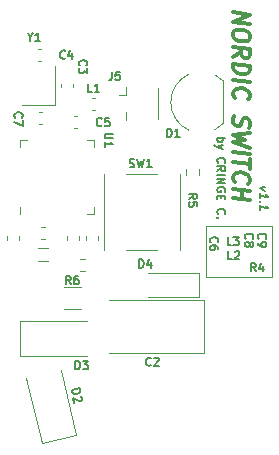
<source format=gbr>
G04 #@! TF.GenerationSoftware,KiCad,Pcbnew,(6.0.2)*
G04 #@! TF.CreationDate,2022-02-18T17:05:12+01:00*
G04 #@! TF.ProjectId,nordic-switch,6e6f7264-6963-42d7-9377-697463682e6b,1.1*
G04 #@! TF.SameCoordinates,Original*
G04 #@! TF.FileFunction,Legend,Top*
G04 #@! TF.FilePolarity,Positive*
%FSLAX46Y46*%
G04 Gerber Fmt 4.6, Leading zero omitted, Abs format (unit mm)*
G04 Created by KiCad (PCBNEW (6.0.2)) date 2022-02-18 17:05:12*
%MOMM*%
%LPD*%
G01*
G04 APERTURE LIST*
%ADD10C,0.120000*%
%ADD11C,0.300000*%
%ADD12C,0.150000*%
G04 APERTURE END LIST*
D10*
X149800000Y-105200000D02*
X155400000Y-105200000D01*
X155400000Y-105200000D02*
X155400000Y-100900000D01*
X155400000Y-100900000D02*
X149800000Y-100900000D01*
X149800000Y-100900000D02*
X149800000Y-105200000D01*
D11*
X152166666Y-82800791D02*
X153566666Y-82975791D01*
X152166666Y-83600791D01*
X153566666Y-83775791D01*
X153566666Y-84709125D02*
X153566666Y-84975791D01*
X153500000Y-85100791D01*
X153366666Y-85217458D01*
X153100000Y-85250791D01*
X152633333Y-85192458D01*
X152366666Y-85092458D01*
X152233333Y-84942458D01*
X152166666Y-84800791D01*
X152166666Y-84534125D01*
X152233333Y-84409125D01*
X152366666Y-84292458D01*
X152633333Y-84259125D01*
X153100000Y-84317458D01*
X153366666Y-84417458D01*
X153500000Y-84567458D01*
X153566666Y-84709125D01*
X152166666Y-86534125D02*
X152833333Y-86150791D01*
X152166666Y-85734125D02*
X153566666Y-85909125D01*
X153566666Y-86442458D01*
X153500000Y-86567458D01*
X153433333Y-86625791D01*
X153300000Y-86675791D01*
X153100000Y-86650791D01*
X152966666Y-86567458D01*
X152900000Y-86492458D01*
X152833333Y-86350791D01*
X152833333Y-85817458D01*
X152166666Y-87134125D02*
X153566666Y-87309125D01*
X153566666Y-87642458D01*
X153500000Y-87834125D01*
X153366666Y-87950791D01*
X153233333Y-88000791D01*
X152966666Y-88034125D01*
X152766666Y-88009125D01*
X152500000Y-87909125D01*
X152366666Y-87825791D01*
X152233333Y-87675791D01*
X152166666Y-87467458D01*
X152166666Y-87134125D01*
X152166666Y-88534125D02*
X153566666Y-88709125D01*
X152300000Y-90017458D02*
X152233333Y-89942458D01*
X152166666Y-89734125D01*
X152166666Y-89600791D01*
X152233333Y-89409125D01*
X152366666Y-89292458D01*
X152500000Y-89242458D01*
X152766666Y-89209125D01*
X152966666Y-89234125D01*
X153233333Y-89334125D01*
X153366666Y-89417458D01*
X153500000Y-89567458D01*
X153566666Y-89775791D01*
X153566666Y-89909125D01*
X153500000Y-90100791D01*
X153433333Y-90159125D01*
X152233333Y-91609125D02*
X152166666Y-91800791D01*
X152166666Y-92134125D01*
X152233333Y-92275791D01*
X152300000Y-92350791D01*
X152433333Y-92434125D01*
X152566666Y-92450791D01*
X152700000Y-92400791D01*
X152766666Y-92342458D01*
X152833333Y-92217458D01*
X152900000Y-91959125D01*
X152966666Y-91834125D01*
X153033333Y-91775791D01*
X153166666Y-91725791D01*
X153300000Y-91742458D01*
X153433333Y-91825791D01*
X153500000Y-91900791D01*
X153566666Y-92042458D01*
X153566666Y-92375791D01*
X153500000Y-92567458D01*
X153566666Y-93042458D02*
X152166666Y-93200791D01*
X153166666Y-93592458D01*
X152166666Y-93734125D01*
X153566666Y-94242458D01*
X152166666Y-94600791D02*
X153566666Y-94775791D01*
X153566666Y-95242458D02*
X153566666Y-96042458D01*
X152166666Y-95467458D02*
X153566666Y-95642458D01*
X152300000Y-97150791D02*
X152233333Y-97075791D01*
X152166666Y-96867458D01*
X152166666Y-96734125D01*
X152233333Y-96542458D01*
X152366666Y-96425791D01*
X152500000Y-96375791D01*
X152766666Y-96342458D01*
X152966666Y-96367458D01*
X153233333Y-96467458D01*
X153366666Y-96550791D01*
X153500000Y-96700791D01*
X153566666Y-96909125D01*
X153566666Y-97042458D01*
X153500000Y-97234125D01*
X153433333Y-97292458D01*
X152166666Y-97734125D02*
X153566666Y-97909125D01*
X152900000Y-97825791D02*
X152900000Y-98625791D01*
X152166666Y-98534125D02*
X153566666Y-98709125D01*
D12*
X150783333Y-93433333D02*
X151483333Y-93433333D01*
X151216666Y-93433333D02*
X151250000Y-93500000D01*
X151250000Y-93633333D01*
X151216666Y-93700000D01*
X151183333Y-93733333D01*
X151116666Y-93766666D01*
X150916666Y-93766666D01*
X150850000Y-93733333D01*
X150816666Y-93700000D01*
X150783333Y-93633333D01*
X150783333Y-93500000D01*
X150816666Y-93433333D01*
X151250000Y-94000000D02*
X150783333Y-94166666D01*
X151250000Y-94333333D02*
X150783333Y-94166666D01*
X150616666Y-94100000D01*
X150583333Y-94066666D01*
X150550000Y-94000000D01*
X150850000Y-95533333D02*
X150816666Y-95500000D01*
X150783333Y-95400000D01*
X150783333Y-95333333D01*
X150816666Y-95233333D01*
X150883333Y-95166666D01*
X150950000Y-95133333D01*
X151083333Y-95100000D01*
X151183333Y-95100000D01*
X151316666Y-95133333D01*
X151383333Y-95166666D01*
X151450000Y-95233333D01*
X151483333Y-95333333D01*
X151483333Y-95400000D01*
X151450000Y-95500000D01*
X151416666Y-95533333D01*
X150783333Y-96233333D02*
X151116666Y-96000000D01*
X150783333Y-95833333D02*
X151483333Y-95833333D01*
X151483333Y-96100000D01*
X151450000Y-96166666D01*
X151416666Y-96200000D01*
X151350000Y-96233333D01*
X151250000Y-96233333D01*
X151183333Y-96200000D01*
X151150000Y-96166666D01*
X151116666Y-96100000D01*
X151116666Y-95833333D01*
X150783333Y-96533333D02*
X151483333Y-96533333D01*
X150783333Y-96866666D02*
X151483333Y-96866666D01*
X150783333Y-97266666D01*
X151483333Y-97266666D01*
X151450000Y-97966666D02*
X151483333Y-97900000D01*
X151483333Y-97800000D01*
X151450000Y-97700000D01*
X151383333Y-97633333D01*
X151316666Y-97600000D01*
X151183333Y-97566666D01*
X151083333Y-97566666D01*
X150950000Y-97600000D01*
X150883333Y-97633333D01*
X150816666Y-97700000D01*
X150783333Y-97800000D01*
X150783333Y-97866666D01*
X150816666Y-97966666D01*
X150850000Y-98000000D01*
X151083333Y-98000000D01*
X151083333Y-97866666D01*
X151150000Y-98300000D02*
X151150000Y-98533333D01*
X150783333Y-98633333D02*
X150783333Y-98300000D01*
X151483333Y-98300000D01*
X151483333Y-98633333D01*
X150850000Y-99866666D02*
X150816666Y-99833333D01*
X150783333Y-99733333D01*
X150783333Y-99666666D01*
X150816666Y-99566666D01*
X150883333Y-99500000D01*
X150950000Y-99466666D01*
X151083333Y-99433333D01*
X151183333Y-99433333D01*
X151316666Y-99466666D01*
X151383333Y-99500000D01*
X151450000Y-99566666D01*
X151483333Y-99666666D01*
X151483333Y-99733333D01*
X151450000Y-99833333D01*
X151416666Y-99866666D01*
X150850000Y-100166666D02*
X150816666Y-100200000D01*
X150783333Y-100166666D01*
X150816666Y-100133333D01*
X150850000Y-100166666D01*
X150783333Y-100166666D01*
X154850000Y-97592062D02*
X154383333Y-97700395D01*
X154850000Y-97925395D01*
X154383333Y-98500395D02*
X154383333Y-98100395D01*
X154383333Y-98300395D02*
X155083333Y-98387895D01*
X154983333Y-98308729D01*
X154916666Y-98233729D01*
X154883333Y-98162895D01*
X154450000Y-98808729D02*
X154416666Y-98837895D01*
X154383333Y-98800395D01*
X154416666Y-98771229D01*
X154450000Y-98808729D01*
X154383333Y-98800395D01*
X154383333Y-99500395D02*
X154383333Y-99100395D01*
X154383333Y-99300395D02*
X155083333Y-99387895D01*
X154983333Y-99308729D01*
X154916666Y-99233729D01*
X154883333Y-99162895D01*
X143366666Y-95883333D02*
X143466666Y-95916666D01*
X143633333Y-95916666D01*
X143700000Y-95883333D01*
X143733333Y-95850000D01*
X143766666Y-95783333D01*
X143766666Y-95716666D01*
X143733333Y-95650000D01*
X143700000Y-95616666D01*
X143633333Y-95583333D01*
X143500000Y-95550000D01*
X143433333Y-95516666D01*
X143400000Y-95483333D01*
X143366666Y-95416666D01*
X143366666Y-95350000D01*
X143400000Y-95283333D01*
X143433333Y-95250000D01*
X143500000Y-95216666D01*
X143666666Y-95216666D01*
X143766666Y-95250000D01*
X144000000Y-95216666D02*
X144166666Y-95916666D01*
X144300000Y-95416666D01*
X144433333Y-95916666D01*
X144600000Y-95216666D01*
X145233333Y-95916666D02*
X144833333Y-95916666D01*
X145033333Y-95916666D02*
X145033333Y-95216666D01*
X144966666Y-95316666D01*
X144900000Y-95383333D01*
X144833333Y-95416666D01*
X150250000Y-102264166D02*
X150216666Y-102230833D01*
X150183333Y-102130833D01*
X150183333Y-102064166D01*
X150216666Y-101964166D01*
X150283333Y-101897500D01*
X150350000Y-101864166D01*
X150483333Y-101830833D01*
X150583333Y-101830833D01*
X150716666Y-101864166D01*
X150783333Y-101897500D01*
X150850000Y-101964166D01*
X150883333Y-102064166D01*
X150883333Y-102130833D01*
X150850000Y-102230833D01*
X150816666Y-102264166D01*
X150883333Y-102864166D02*
X150883333Y-102730833D01*
X150850000Y-102664166D01*
X150816666Y-102630833D01*
X150716666Y-102564166D01*
X150583333Y-102530833D01*
X150316666Y-102530833D01*
X150250000Y-102564166D01*
X150216666Y-102597500D01*
X150183333Y-102664166D01*
X150183333Y-102797500D01*
X150216666Y-102864166D01*
X150250000Y-102897500D01*
X150316666Y-102930833D01*
X150483333Y-102930833D01*
X150550000Y-102897500D01*
X150583333Y-102864166D01*
X150616666Y-102797500D01*
X150616666Y-102664166D01*
X150583333Y-102597500D01*
X150550000Y-102564166D01*
X150483333Y-102530833D01*
X133683857Y-91696149D02*
X133650523Y-91662816D01*
X133617190Y-91562816D01*
X133617190Y-91496149D01*
X133650523Y-91396149D01*
X133717190Y-91329482D01*
X133783857Y-91296149D01*
X133917190Y-91262816D01*
X134017190Y-91262816D01*
X134150523Y-91296149D01*
X134217190Y-91329482D01*
X134283857Y-91396149D01*
X134317190Y-91496149D01*
X134317190Y-91562816D01*
X134283857Y-91662816D01*
X134250523Y-91696149D01*
X134317190Y-91929482D02*
X134317190Y-92396149D01*
X133617190Y-92096149D01*
X153216143Y-101963850D02*
X153182809Y-101930517D01*
X153149476Y-101830517D01*
X153149476Y-101763850D01*
X153182809Y-101663850D01*
X153249476Y-101597184D01*
X153316143Y-101563850D01*
X153449476Y-101530517D01*
X153549476Y-101530517D01*
X153682809Y-101563850D01*
X153749476Y-101597184D01*
X153816143Y-101663850D01*
X153849476Y-101763850D01*
X153849476Y-101830517D01*
X153816143Y-101930517D01*
X153782809Y-101963850D01*
X153549476Y-102363850D02*
X153582809Y-102297184D01*
X153616143Y-102263850D01*
X153682809Y-102230517D01*
X153716143Y-102230517D01*
X153782809Y-102263850D01*
X153816143Y-102297184D01*
X153849476Y-102363850D01*
X153849476Y-102497184D01*
X153816143Y-102563850D01*
X153782809Y-102597184D01*
X153716143Y-102630517D01*
X153682809Y-102630517D01*
X153616143Y-102597184D01*
X153582809Y-102563850D01*
X153549476Y-102497184D01*
X153549476Y-102363850D01*
X153516143Y-102297184D01*
X153482809Y-102263850D01*
X153416143Y-102230517D01*
X153282809Y-102230517D01*
X153216143Y-102263850D01*
X153182809Y-102297184D01*
X153149476Y-102363850D01*
X153149476Y-102497184D01*
X153182809Y-102563850D01*
X153216143Y-102597184D01*
X153282809Y-102630517D01*
X153416143Y-102630517D01*
X153482809Y-102597184D01*
X153516143Y-102563850D01*
X153549476Y-102497184D01*
X154316143Y-101963850D02*
X154282809Y-101930517D01*
X154249476Y-101830517D01*
X154249476Y-101763850D01*
X154282809Y-101663850D01*
X154349476Y-101597184D01*
X154416143Y-101563850D01*
X154549476Y-101530517D01*
X154649476Y-101530517D01*
X154782809Y-101563850D01*
X154849476Y-101597184D01*
X154916143Y-101663850D01*
X154949476Y-101763850D01*
X154949476Y-101830517D01*
X154916143Y-101930517D01*
X154882809Y-101963850D01*
X154249476Y-102297184D02*
X154249476Y-102430517D01*
X154282809Y-102497184D01*
X154316143Y-102530517D01*
X154416143Y-102597184D01*
X154549476Y-102630517D01*
X154816143Y-102630517D01*
X154882809Y-102597184D01*
X154916143Y-102563850D01*
X154949476Y-102497184D01*
X154949476Y-102363850D01*
X154916143Y-102297184D01*
X154882809Y-102263850D01*
X154816143Y-102230517D01*
X154649476Y-102230517D01*
X154582809Y-102263850D01*
X154549476Y-102297184D01*
X154516143Y-102363850D01*
X154516143Y-102497184D01*
X154549476Y-102563850D01*
X154582809Y-102597184D01*
X154649476Y-102630517D01*
X139150000Y-87283333D02*
X139116666Y-87250000D01*
X139083333Y-87150000D01*
X139083333Y-87083333D01*
X139116666Y-86983333D01*
X139183333Y-86916666D01*
X139250000Y-86883333D01*
X139383333Y-86850000D01*
X139483333Y-86850000D01*
X139616666Y-86883333D01*
X139683333Y-86916666D01*
X139750000Y-86983333D01*
X139783333Y-87083333D01*
X139783333Y-87150000D01*
X139750000Y-87250000D01*
X139716666Y-87283333D01*
X139783333Y-87516666D02*
X139783333Y-87950000D01*
X139516666Y-87716666D01*
X139516666Y-87816666D01*
X139483333Y-87883333D01*
X139450000Y-87916666D01*
X139383333Y-87950000D01*
X139216666Y-87950000D01*
X139150000Y-87916666D01*
X139116666Y-87883333D01*
X139083333Y-87816666D01*
X139083333Y-87616666D01*
X139116666Y-87550000D01*
X139150000Y-87516666D01*
X137917190Y-86650000D02*
X137883857Y-86683333D01*
X137783857Y-86716666D01*
X137717190Y-86716666D01*
X137617190Y-86683333D01*
X137550523Y-86616666D01*
X137517190Y-86550000D01*
X137483857Y-86416666D01*
X137483857Y-86316666D01*
X137517190Y-86183333D01*
X137550523Y-86116666D01*
X137617190Y-86050000D01*
X137717190Y-86016666D01*
X137783857Y-86016666D01*
X137883857Y-86050000D01*
X137917190Y-86083333D01*
X138517190Y-86250000D02*
X138517190Y-86716666D01*
X138350523Y-85983333D02*
X138183857Y-86483333D01*
X138617190Y-86483333D01*
X151997500Y-102516666D02*
X151664166Y-102516666D01*
X151664166Y-101816666D01*
X152164166Y-101816666D02*
X152597500Y-101816666D01*
X152364166Y-102083333D01*
X152464166Y-102083333D01*
X152530833Y-102116666D01*
X152564166Y-102150000D01*
X152597500Y-102216666D01*
X152597500Y-102383333D01*
X152564166Y-102450000D01*
X152530833Y-102483333D01*
X152464166Y-102516666D01*
X152264166Y-102516666D01*
X152197500Y-102483333D01*
X152164166Y-102450000D01*
X141983333Y-93066666D02*
X141416666Y-93066666D01*
X141350000Y-93100000D01*
X141316666Y-93133333D01*
X141283333Y-93200000D01*
X141283333Y-93333333D01*
X141316666Y-93400000D01*
X141350000Y-93433333D01*
X141416666Y-93466666D01*
X141983333Y-93466666D01*
X141283333Y-94166666D02*
X141283333Y-93766666D01*
X141283333Y-93966666D02*
X141983333Y-93966666D01*
X141883333Y-93900000D01*
X141816666Y-93833333D01*
X141783333Y-93766666D01*
X134966666Y-84883333D02*
X134966666Y-85216666D01*
X134733333Y-84516666D02*
X134966666Y-84883333D01*
X135200000Y-84516666D01*
X135800000Y-85216666D02*
X135400000Y-85216666D01*
X135600000Y-85216666D02*
X135600000Y-84516666D01*
X135533333Y-84616666D01*
X135466666Y-84683333D01*
X135400000Y-84716666D01*
X145183333Y-112650000D02*
X145150000Y-112683333D01*
X145050000Y-112716666D01*
X144983333Y-112716666D01*
X144883333Y-112683333D01*
X144816666Y-112616666D01*
X144783333Y-112550000D01*
X144750000Y-112416666D01*
X144750000Y-112316666D01*
X144783333Y-112183333D01*
X144816666Y-112116666D01*
X144883333Y-112050000D01*
X144983333Y-112016666D01*
X145050000Y-112016666D01*
X145150000Y-112050000D01*
X145183333Y-112083333D01*
X145450000Y-112083333D02*
X145483333Y-112050000D01*
X145550000Y-112016666D01*
X145716666Y-112016666D01*
X145783333Y-112050000D01*
X145816666Y-112083333D01*
X145850000Y-112150000D01*
X145850000Y-112216666D01*
X145816666Y-112316666D01*
X145416666Y-112716666D01*
X145850000Y-112716666D01*
X144183333Y-104416666D02*
X144183333Y-103716666D01*
X144350000Y-103716666D01*
X144450000Y-103750000D01*
X144516666Y-103816666D01*
X144550000Y-103883333D01*
X144583333Y-104016666D01*
X144583333Y-104116666D01*
X144550000Y-104250000D01*
X144516666Y-104316666D01*
X144450000Y-104383333D01*
X144350000Y-104416666D01*
X144183333Y-104416666D01*
X145183333Y-103950000D02*
X145183333Y-104416666D01*
X145016666Y-103683333D02*
X144850000Y-104183333D01*
X145283333Y-104183333D01*
X138456158Y-114788910D02*
X139138217Y-114631445D01*
X139175709Y-114793840D01*
X139165725Y-114898775D01*
X139115764Y-114978730D01*
X139058304Y-115026206D01*
X138935887Y-115088678D01*
X138838450Y-115111173D01*
X138701035Y-115108688D01*
X138628579Y-115091205D01*
X138548624Y-115041244D01*
X138493650Y-114951305D01*
X138456158Y-114788910D01*
X139223227Y-115296022D02*
X139263204Y-115321002D01*
X139310680Y-115378462D01*
X139348172Y-115540857D01*
X139330689Y-115613313D01*
X139305709Y-115653291D01*
X139248249Y-115700766D01*
X139183291Y-115715763D01*
X139078356Y-115705779D01*
X138598627Y-115406012D01*
X138696106Y-115828239D01*
X138783333Y-113016666D02*
X138783333Y-112316666D01*
X138950000Y-112316666D01*
X139050000Y-112350000D01*
X139116666Y-112416666D01*
X139150000Y-112483333D01*
X139183333Y-112616666D01*
X139183333Y-112716666D01*
X139150000Y-112850000D01*
X139116666Y-112916666D01*
X139050000Y-112983333D01*
X138950000Y-113016666D01*
X138783333Y-113016666D01*
X139416666Y-112316666D02*
X139850000Y-112316666D01*
X139616666Y-112583333D01*
X139716666Y-112583333D01*
X139783333Y-112616666D01*
X139816666Y-112650000D01*
X139850000Y-112716666D01*
X139850000Y-112883333D01*
X139816666Y-112950000D01*
X139783333Y-112983333D01*
X139716666Y-113016666D01*
X139516666Y-113016666D01*
X139450000Y-112983333D01*
X139416666Y-112950000D01*
X138383333Y-105816666D02*
X138150000Y-105483333D01*
X137983333Y-105816666D02*
X137983333Y-105116666D01*
X138250000Y-105116666D01*
X138316666Y-105150000D01*
X138350000Y-105183333D01*
X138383333Y-105250000D01*
X138383333Y-105350000D01*
X138350000Y-105416666D01*
X138316666Y-105450000D01*
X138250000Y-105483333D01*
X137983333Y-105483333D01*
X138983333Y-105116666D02*
X138850000Y-105116666D01*
X138783333Y-105150000D01*
X138750000Y-105183333D01*
X138683333Y-105283333D01*
X138650000Y-105416666D01*
X138650000Y-105683333D01*
X138683333Y-105750000D01*
X138716666Y-105783333D01*
X138783333Y-105816666D01*
X138916666Y-105816666D01*
X138983333Y-105783333D01*
X139016666Y-105750000D01*
X139050000Y-105683333D01*
X139050000Y-105516666D01*
X139016666Y-105450000D01*
X138983333Y-105416666D01*
X138916666Y-105383333D01*
X138783333Y-105383333D01*
X138716666Y-105416666D01*
X138683333Y-105450000D01*
X138650000Y-105516666D01*
X148383333Y-98583333D02*
X148716666Y-98350000D01*
X148383333Y-98183333D02*
X149083333Y-98183333D01*
X149083333Y-98450000D01*
X149050000Y-98516666D01*
X149016666Y-98550000D01*
X148950000Y-98583333D01*
X148850000Y-98583333D01*
X148783333Y-98550000D01*
X148750000Y-98516666D01*
X148716666Y-98450000D01*
X148716666Y-98183333D01*
X149083333Y-99216666D02*
X149083333Y-98883333D01*
X148750000Y-98850000D01*
X148783333Y-98883333D01*
X148816666Y-98950000D01*
X148816666Y-99116666D01*
X148783333Y-99183333D01*
X148750000Y-99216666D01*
X148683333Y-99250000D01*
X148516666Y-99250000D01*
X148450000Y-99216666D01*
X148416666Y-99183333D01*
X148383333Y-99116666D01*
X148383333Y-98950000D01*
X148416666Y-98883333D01*
X148450000Y-98850000D01*
X146543333Y-93356666D02*
X146543333Y-92656666D01*
X146710000Y-92656666D01*
X146810000Y-92690000D01*
X146876666Y-92756666D01*
X146910000Y-92823333D01*
X146943333Y-92956666D01*
X146943333Y-93056666D01*
X146910000Y-93190000D01*
X146876666Y-93256666D01*
X146810000Y-93323333D01*
X146710000Y-93356666D01*
X146543333Y-93356666D01*
X147610000Y-93356666D02*
X147210000Y-93356666D01*
X147410000Y-93356666D02*
X147410000Y-92656666D01*
X147343333Y-92756666D01*
X147276666Y-92823333D01*
X147210000Y-92856666D01*
X154064166Y-104716666D02*
X153830833Y-104383333D01*
X153664166Y-104716666D02*
X153664166Y-104016666D01*
X153930833Y-104016666D01*
X153997500Y-104050000D01*
X154030833Y-104083333D01*
X154064166Y-104150000D01*
X154064166Y-104250000D01*
X154030833Y-104316666D01*
X153997500Y-104350000D01*
X153930833Y-104383333D01*
X153664166Y-104383333D01*
X154664166Y-104250000D02*
X154664166Y-104716666D01*
X154497500Y-103983333D02*
X154330833Y-104483333D01*
X154764166Y-104483333D01*
X141866666Y-87816666D02*
X141866666Y-88316666D01*
X141833333Y-88416666D01*
X141766666Y-88483333D01*
X141666666Y-88516666D01*
X141600000Y-88516666D01*
X142533333Y-87816666D02*
X142200000Y-87816666D01*
X142166666Y-88150000D01*
X142200000Y-88116666D01*
X142266666Y-88083333D01*
X142433333Y-88083333D01*
X142500000Y-88116666D01*
X142533333Y-88150000D01*
X142566666Y-88216666D01*
X142566666Y-88383333D01*
X142533333Y-88450000D01*
X142500000Y-88483333D01*
X142433333Y-88516666D01*
X142266666Y-88516666D01*
X142200000Y-88483333D01*
X142166666Y-88450000D01*
X141017190Y-92362816D02*
X140983857Y-92396149D01*
X140883857Y-92429482D01*
X140817190Y-92429482D01*
X140717190Y-92396149D01*
X140650523Y-92329482D01*
X140617190Y-92262816D01*
X140583857Y-92129482D01*
X140583857Y-92029482D01*
X140617190Y-91896149D01*
X140650523Y-91829482D01*
X140717190Y-91762816D01*
X140817190Y-91729482D01*
X140883857Y-91729482D01*
X140983857Y-91762816D01*
X141017190Y-91796149D01*
X141650523Y-91729482D02*
X141317190Y-91729482D01*
X141283857Y-92062816D01*
X141317190Y-92029482D01*
X141383857Y-91996149D01*
X141550523Y-91996149D01*
X141617190Y-92029482D01*
X141650523Y-92062816D01*
X141683857Y-92129482D01*
X141683857Y-92296149D01*
X141650523Y-92362816D01*
X141617190Y-92396149D01*
X141550523Y-92429482D01*
X141383857Y-92429482D01*
X141317190Y-92396149D01*
X141283857Y-92362816D01*
X140217190Y-89529482D02*
X139883857Y-89529482D01*
X139883857Y-88829482D01*
X140817190Y-89529482D02*
X140417190Y-89529482D01*
X140617190Y-89529482D02*
X140617190Y-88829482D01*
X140550523Y-88929482D01*
X140483857Y-88996149D01*
X140417190Y-89029482D01*
X152063643Y-103716666D02*
X151730309Y-103716666D01*
X151730309Y-103016666D01*
X152263643Y-103083333D02*
X152296976Y-103050000D01*
X152363643Y-103016666D01*
X152530309Y-103016666D01*
X152596976Y-103050000D01*
X152630309Y-103083333D01*
X152663643Y-103150000D01*
X152663643Y-103216666D01*
X152630309Y-103316666D01*
X152230309Y-103716666D01*
X152663643Y-103716666D01*
D10*
X145700000Y-102930000D02*
X143100000Y-102930000D01*
X147630000Y-96470000D02*
X147630000Y-102930000D01*
X145700000Y-96470000D02*
X143100000Y-96470000D01*
X147600000Y-96470000D02*
X147630000Y-96470000D01*
X141170000Y-102930000D02*
X141200000Y-102930000D01*
X141170000Y-96470000D02*
X141200000Y-96470000D01*
X147630000Y-102930000D02*
X147600000Y-102930000D01*
X141170000Y-96470000D02*
X141170000Y-102930000D01*
X133023857Y-101759736D02*
X133023857Y-102040896D01*
X134043857Y-101759736D02*
X134043857Y-102040896D01*
X135680777Y-91202816D02*
X135961937Y-91202816D01*
X135680777Y-92222816D02*
X135961937Y-92222816D01*
X139110000Y-101759420D02*
X139110000Y-102040580D01*
X138090000Y-101759420D02*
X138090000Y-102040580D01*
X140710000Y-101759420D02*
X140710000Y-102040580D01*
X139690000Y-101759420D02*
X139690000Y-102040580D01*
X138543857Y-88859736D02*
X138543857Y-89140896D01*
X137523857Y-88859736D02*
X137523857Y-89140896D01*
X135861937Y-86922816D02*
X135580777Y-86922816D01*
X135861937Y-85902816D02*
X135580777Y-85902816D01*
X136184136Y-102022816D02*
X135858578Y-102022816D01*
X136184136Y-101002816D02*
X135858578Y-101002816D01*
X140343857Y-99822816D02*
X139793857Y-99822816D01*
X140343857Y-94152816D02*
X140343857Y-93602816D01*
X140343857Y-93602816D02*
X139793857Y-93602816D01*
X140343857Y-99272816D02*
X140343857Y-99822816D01*
X134123857Y-99272816D02*
X134123857Y-99822816D01*
X134123857Y-94152816D02*
X134123857Y-93602816D01*
X134123857Y-93602816D02*
X134673857Y-93602816D01*
X134233857Y-90637816D02*
X137033857Y-90637816D01*
X137033857Y-90637816D02*
X137033857Y-87337816D01*
X141650000Y-111660000D02*
X149710000Y-111660000D01*
X149710000Y-107140000D02*
X141650000Y-107140000D01*
X149710000Y-111660000D02*
X149710000Y-107140000D01*
X149250000Y-104900000D02*
X144950000Y-104900000D01*
X144950000Y-106900000D02*
X149250000Y-106900000D01*
X149250000Y-106900000D02*
X149250000Y-104900000D01*
X134638445Y-113737426D02*
X135920666Y-119291336D01*
X138843777Y-118616483D02*
X137561556Y-113062573D01*
X135920666Y-119291336D02*
X138843777Y-118616483D01*
X134100000Y-111900000D02*
X139800000Y-111900000D01*
X134100000Y-108900000D02*
X134100000Y-111900000D01*
X139800000Y-108900000D02*
X134100000Y-108900000D01*
X139237064Y-106060000D02*
X137782936Y-106060000D01*
X139237064Y-107880000D02*
X137782936Y-107880000D01*
X148177500Y-96062742D02*
X148177500Y-96537258D01*
X149222500Y-96062742D02*
X149222500Y-96537258D01*
X151310000Y-92200000D02*
X151310000Y-88600000D01*
X151310000Y-88600000D02*
G75*
G03*
X150582795Y-88075816I-1849994J-1799991D01*
G01*
X148361193Y-88043600D02*
G75*
G03*
X146860000Y-90400000I1098804J-2356399D01*
G01*
X150582795Y-92724184D02*
G75*
G03*
X151310000Y-92200000I-1122789J2324175D01*
G01*
X146860000Y-90400000D02*
G75*
G03*
X148361193Y-92756400I2600002J2D01*
G01*
X139612258Y-103677500D02*
X139137742Y-103677500D01*
X139612258Y-104722500D02*
X139137742Y-104722500D01*
X145793857Y-89157816D02*
X145793857Y-91857816D01*
X143073857Y-91907816D02*
X143073857Y-91267816D01*
X143073857Y-89747816D02*
X142443857Y-89747816D01*
X143073857Y-89107816D02*
X143073857Y-89747816D01*
X138961937Y-91602816D02*
X138680777Y-91602816D01*
X138961937Y-92622816D02*
X138680777Y-92622816D01*
X140158578Y-90002816D02*
X140484136Y-90002816D01*
X140158578Y-91022816D02*
X140484136Y-91022816D01*
X135637878Y-103872816D02*
X136437122Y-103872816D01*
X135637878Y-102752816D02*
X136437122Y-102752816D01*
M02*

</source>
